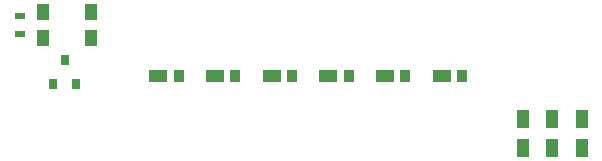
<source format=gbr>
G04 #@! TF.FileFunction,Paste,Top*
%FSLAX46Y46*%
G04 Gerber Fmt 4.6, Leading zero omitted, Abs format (unit mm)*
G04 Created by KiCad (PCBNEW 4.0.7) date 11/27/17 09:39:58*
%MOMM*%
%LPD*%
G01*
G04 APERTURE LIST*
%ADD10C,0.100000*%
%ADD11R,1.650000X1.140000*%
%ADD12R,0.900000X1.140000*%
%ADD13R,1.100000X1.350000*%
%ADD14R,0.800000X0.900000*%
%ADD15R,0.900000X0.500000*%
%ADD16R,1.000000X1.600000*%
G04 APERTURE END LIST*
D10*
D11*
X223925000Y-112900000D03*
D12*
X225650000Y-112900000D03*
D11*
X219125000Y-112900000D03*
D12*
X220850000Y-112900000D03*
D11*
X214325000Y-112900000D03*
D12*
X216050000Y-112900000D03*
D11*
X209525000Y-112900000D03*
D12*
X211250000Y-112900000D03*
D11*
X204725000Y-112900000D03*
D12*
X206450000Y-112900000D03*
D11*
X199925000Y-112900000D03*
D12*
X201650000Y-112900000D03*
D13*
X190150000Y-109725000D03*
X194250000Y-109725000D03*
X194250000Y-107475000D03*
X190150000Y-107475000D03*
D14*
X191050000Y-113600000D03*
X192950000Y-113600000D03*
X192000000Y-111600000D03*
D15*
X188200000Y-107850000D03*
X188200000Y-109350000D03*
D16*
X230800000Y-116600000D03*
X233300000Y-116600000D03*
X235800000Y-116600000D03*
X230800000Y-119000000D03*
X233300000Y-119000000D03*
X235800000Y-119000000D03*
M02*

</source>
